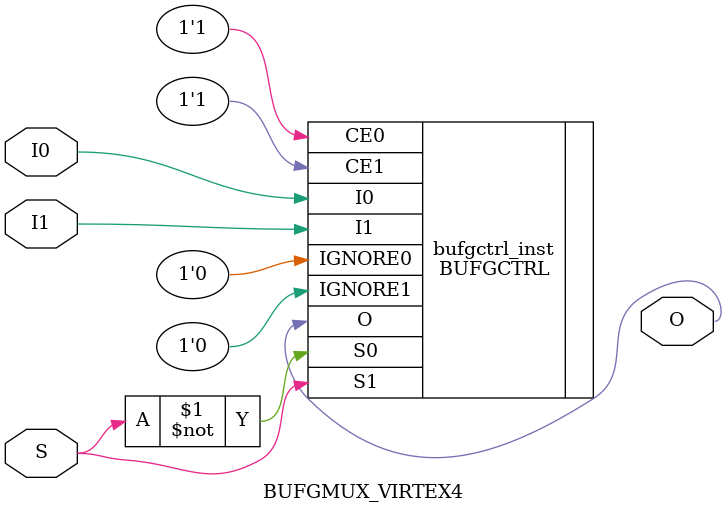
<source format=v>

`timescale 1 ps / 1 ps 

module BUFGMUX_VIRTEX4 (O, I0, I1, S);

    output O;
    
    input  I0;
    input  I1;
    input  S;

    BUFGCTRL bufgctrl_inst (.O(O), .CE0(1'b1), .CE1(1'b1), .I0(I0), .I1(I1), .IGNORE0(1'b0), .IGNORE1(1'b0), .S0(~S), .S1(S));
    
    defparam bufgctrl_inst.INIT_OUT = 1'b0;
    defparam bufgctrl_inst.PRESELECT_I0 = "TRUE";
    defparam bufgctrl_inst.PRESELECT_I1 = "FALSE";
    
endmodule

</source>
